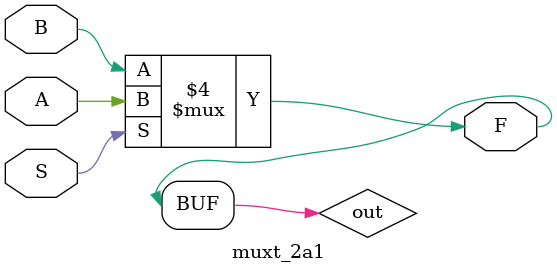
<source format=sv>
module muxt_2a1(input A, B,
					 input S,
					 output F);
					 

logic out;					 

					 
//Siempre bloque always hay que decirle si es combinacional o secuencial

always_comb begin

// #numero ' base que lo quiero
if(S== 1'b1)
	out = A;
else 
	out = B;

end

assign F = out;

endmodule

// Logica secuencial, un flip flop no puede escribirse a nivel de estrutura, si no de comportamiento
</source>
